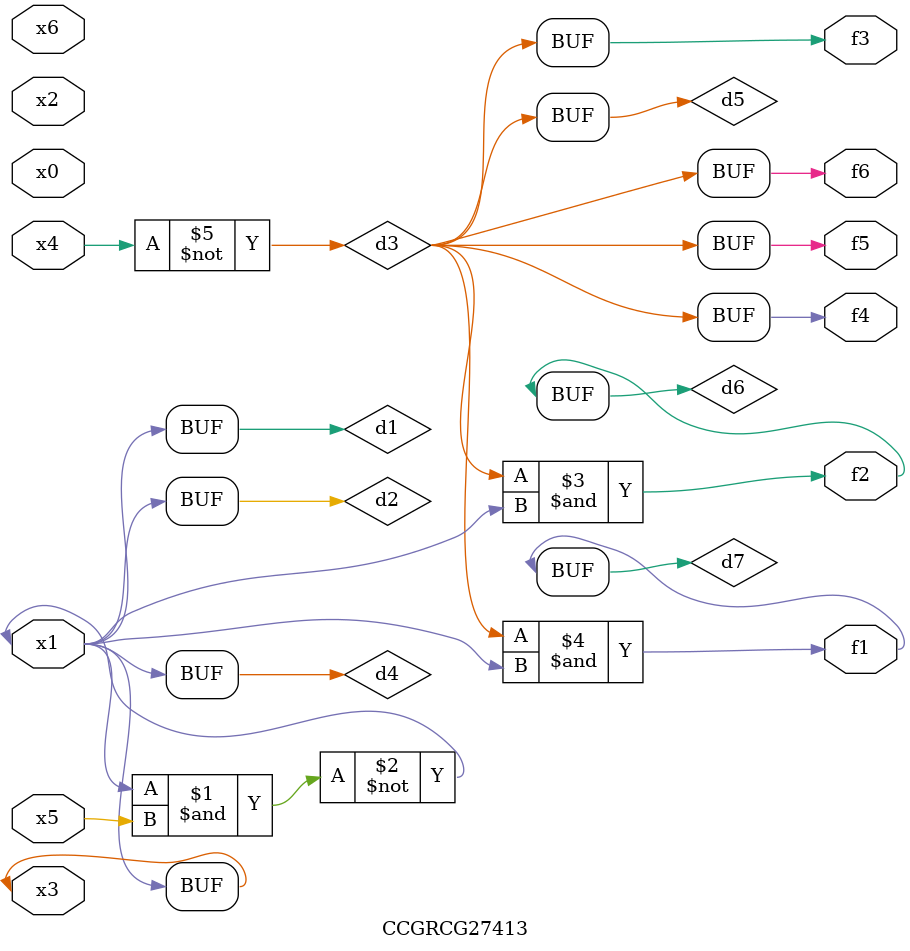
<source format=v>
module CCGRCG27413(
	input x0, x1, x2, x3, x4, x5, x6,
	output f1, f2, f3, f4, f5, f6
);

	wire d1, d2, d3, d4, d5, d6, d7;

	buf (d1, x1, x3);
	nand (d2, x1, x5);
	not (d3, x4);
	buf (d4, d1, d2);
	buf (d5, d3);
	and (d6, d3, d4);
	and (d7, d3, d4);
	assign f1 = d7;
	assign f2 = d6;
	assign f3 = d5;
	assign f4 = d5;
	assign f5 = d5;
	assign f6 = d5;
endmodule

</source>
